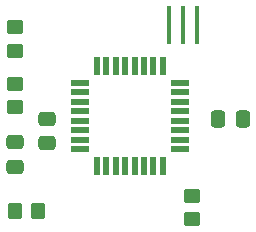
<source format=gbr>
%TF.GenerationSoftware,KiCad,Pcbnew,(6.0.9)*%
%TF.CreationDate,2024-02-06T02:56:22+01:00*%
%TF.ProjectId,HBW-1W-T10-Platine2,4842572d-3157-42d5-9431-302d506c6174,rev?*%
%TF.SameCoordinates,Original*%
%TF.FileFunction,Paste,Top*%
%TF.FilePolarity,Positive*%
%FSLAX46Y46*%
G04 Gerber Fmt 4.6, Leading zero omitted, Abs format (unit mm)*
G04 Created by KiCad (PCBNEW (6.0.9)) date 2024-02-06 02:56:22*
%MOMM*%
%LPD*%
G01*
G04 APERTURE LIST*
G04 Aperture macros list*
%AMRoundRect*
0 Rectangle with rounded corners*
0 $1 Rounding radius*
0 $2 $3 $4 $5 $6 $7 $8 $9 X,Y pos of 4 corners*
0 Add a 4 corners polygon primitive as box body*
4,1,4,$2,$3,$4,$5,$6,$7,$8,$9,$2,$3,0*
0 Add four circle primitives for the rounded corners*
1,1,$1+$1,$2,$3*
1,1,$1+$1,$4,$5*
1,1,$1+$1,$6,$7*
1,1,$1+$1,$8,$9*
0 Add four rect primitives between the rounded corners*
20,1,$1+$1,$2,$3,$4,$5,0*
20,1,$1+$1,$4,$5,$6,$7,0*
20,1,$1+$1,$6,$7,$8,$9,0*
20,1,$1+$1,$8,$9,$2,$3,0*%
G04 Aperture macros list end*
%ADD10RoundRect,0.250000X0.450000X-0.350000X0.450000X0.350000X-0.450000X0.350000X-0.450000X-0.350000X0*%
%ADD11RoundRect,0.250000X0.350000X0.450000X-0.350000X0.450000X-0.350000X-0.450000X0.350000X-0.450000X0*%
%ADD12R,0.400000X3.200000*%
%ADD13RoundRect,0.250000X-0.337500X-0.475000X0.337500X-0.475000X0.337500X0.475000X-0.337500X0.475000X0*%
%ADD14RoundRect,0.250000X0.475000X-0.337500X0.475000X0.337500X-0.475000X0.337500X-0.475000X-0.337500X0*%
%ADD15RoundRect,0.250000X-0.475000X0.337500X-0.475000X-0.337500X0.475000X-0.337500X0.475000X0.337500X0*%
%ADD16RoundRect,0.250000X-0.450000X0.350000X-0.450000X-0.350000X0.450000X-0.350000X0.450000X0.350000X0*%
%ADD17R,1.600000X0.550000*%
%ADD18R,0.550000X1.600000*%
G04 APERTURE END LIST*
D10*
%TO.C,R1*%
X139750000Y-68250000D03*
X139750000Y-66250000D03*
%TD*%
D11*
%TO.C,R4*%
X141750000Y-77000000D03*
X139750000Y-77000000D03*
%TD*%
D12*
%TO.C,Y1*%
X155200000Y-61250000D03*
X154000000Y-61250000D03*
X152800000Y-61250000D03*
%TD*%
D13*
%TO.C,C1*%
X157000000Y-69250000D03*
X159075000Y-69250000D03*
%TD*%
D14*
%TO.C,C3*%
X142500000Y-71325000D03*
X142500000Y-69250000D03*
%TD*%
D15*
%TO.C,C2*%
X139750000Y-71212500D03*
X139750000Y-73287500D03*
%TD*%
D16*
%TO.C,R2*%
X139750000Y-61500000D03*
X139750000Y-63500000D03*
%TD*%
D10*
%TO.C,R3*%
X154750000Y-77750000D03*
X154750000Y-75750000D03*
%TD*%
D17*
%TO.C,IC1*%
X153750000Y-71800000D03*
X153750000Y-71000000D03*
X153750000Y-70200000D03*
X153750000Y-69400000D03*
X153750000Y-68600000D03*
X153750000Y-67800000D03*
X153750000Y-67000000D03*
X153750000Y-66200000D03*
D18*
X152300000Y-64750000D03*
X151500000Y-64750000D03*
X150700000Y-64750000D03*
X149900000Y-64750000D03*
X149100000Y-64750000D03*
X148300000Y-64750000D03*
X147500000Y-64750000D03*
X146700000Y-64750000D03*
D17*
X145250000Y-66200000D03*
X145250000Y-67000000D03*
X145250000Y-67800000D03*
X145250000Y-68600000D03*
X145250000Y-69400000D03*
X145250000Y-70200000D03*
X145250000Y-71000000D03*
X145250000Y-71800000D03*
D18*
X146700000Y-73250000D03*
X147500000Y-73250000D03*
X148300000Y-73250000D03*
X149100000Y-73250000D03*
X149900000Y-73250000D03*
X150700000Y-73250000D03*
X151500000Y-73250000D03*
X152300000Y-73250000D03*
%TD*%
M02*

</source>
